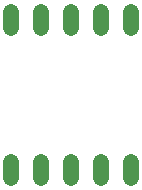
<source format=gbl>
G75*
G70*
%OFA0B0*%
%FSLAX24Y24*%
%IPPOS*%
%LPD*%
%AMOC8*
5,1,8,0,0,1.08239X$1,22.5*
%
%ADD10C,0.0520*%
D10*
X001276Y001167D02*
X001276Y001687D01*
X002276Y001687D02*
X002276Y001167D01*
X003276Y001167D02*
X003276Y001687D01*
X004276Y001687D02*
X004276Y001167D01*
X005276Y001167D02*
X005276Y001687D01*
X005276Y006167D02*
X005276Y006687D01*
X004276Y006687D02*
X004276Y006167D01*
X003276Y006167D02*
X003276Y006687D01*
X002276Y006687D02*
X002276Y006167D01*
X001276Y006167D02*
X001276Y006687D01*
M02*

</source>
